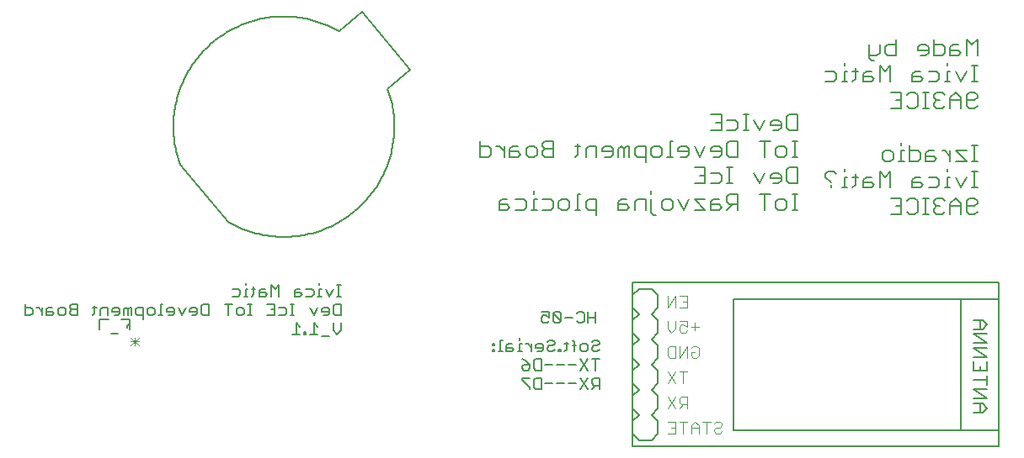
<source format=gbo>
G75*
%MOIN*%
%OFA0B0*%
%FSLAX25Y25*%
%IPPOS*%
%LPD*%
%AMOC8*
5,1,8,0,0,1.08239X$1,22.5*
%
%ADD10C,0.00500*%
%ADD11C,0.00600*%
%ADD12C,0.00300*%
%ADD13C,0.00400*%
%ADD14C,0.00800*%
D10*
X0132062Y0103173D02*
X0135065Y0103173D01*
X0133563Y0103173D02*
X0133563Y0107677D01*
X0135065Y0106175D01*
X0136616Y0103923D02*
X0136616Y0103173D01*
X0137367Y0103173D01*
X0137367Y0103923D01*
X0136616Y0103923D01*
X0138968Y0103173D02*
X0141970Y0103173D01*
X0140469Y0103173D02*
X0140469Y0107677D01*
X0141970Y0106175D01*
X0143572Y0102422D02*
X0146574Y0102422D01*
X0148176Y0104674D02*
X0148176Y0107677D01*
X0151178Y0107677D02*
X0151178Y0104674D01*
X0149677Y0103173D01*
X0148176Y0104674D01*
X0148926Y0110673D02*
X0148176Y0111423D01*
X0148176Y0114426D01*
X0148926Y0115177D01*
X0151178Y0115177D01*
X0151178Y0110673D01*
X0148926Y0110673D01*
X0146574Y0111423D02*
X0145824Y0110673D01*
X0144323Y0110673D01*
X0143572Y0112174D02*
X0146574Y0112174D01*
X0146574Y0111423D02*
X0146574Y0112925D01*
X0145824Y0113675D01*
X0144323Y0113675D01*
X0143572Y0112925D01*
X0143572Y0112174D01*
X0141970Y0113675D02*
X0140469Y0110673D01*
X0138968Y0113675D01*
X0132763Y0115177D02*
X0131261Y0115177D01*
X0132012Y0115177D02*
X0132012Y0110673D01*
X0132763Y0110673D02*
X0131261Y0110673D01*
X0129693Y0111423D02*
X0128943Y0110673D01*
X0126691Y0110673D01*
X0125089Y0110673D02*
X0122087Y0110673D01*
X0123588Y0112925D02*
X0125089Y0112925D01*
X0126691Y0113675D02*
X0128943Y0113675D01*
X0129693Y0112925D01*
X0129693Y0111423D01*
X0125089Y0110673D02*
X0125089Y0115177D01*
X0122087Y0115177D01*
X0121270Y0118173D02*
X0122020Y0118923D01*
X0121270Y0119674D01*
X0119018Y0119674D01*
X0119018Y0120425D02*
X0119018Y0118173D01*
X0121270Y0118173D01*
X0123622Y0118173D02*
X0123622Y0122677D01*
X0125123Y0121175D01*
X0126624Y0122677D01*
X0126624Y0118173D01*
X0132829Y0118173D02*
X0132829Y0120425D01*
X0133580Y0121175D01*
X0135081Y0121175D01*
X0135081Y0119674D02*
X0132829Y0119674D01*
X0132829Y0118173D02*
X0135081Y0118173D01*
X0135832Y0118923D01*
X0135081Y0119674D01*
X0137433Y0118173D02*
X0139685Y0118173D01*
X0140436Y0118923D01*
X0140436Y0120425D01*
X0139685Y0121175D01*
X0137433Y0121175D01*
X0142755Y0121175D02*
X0142755Y0118173D01*
X0143505Y0118173D02*
X0142004Y0118173D01*
X0142755Y0121175D02*
X0143505Y0121175D01*
X0145107Y0121175D02*
X0146608Y0118173D01*
X0148109Y0121175D01*
X0149677Y0122677D02*
X0151178Y0122677D01*
X0150428Y0122677D02*
X0150428Y0118173D01*
X0151178Y0118173D02*
X0149677Y0118173D01*
X0142755Y0122677D02*
X0142755Y0123427D01*
X0121270Y0121175D02*
X0119768Y0121175D01*
X0119018Y0120425D01*
X0117416Y0121175D02*
X0115915Y0121175D01*
X0116666Y0121926D02*
X0116666Y0118923D01*
X0115915Y0118173D01*
X0114347Y0118173D02*
X0112846Y0118173D01*
X0113596Y0118173D02*
X0113596Y0121175D01*
X0114347Y0121175D01*
X0113596Y0122677D02*
X0113596Y0123427D01*
X0111278Y0120425D02*
X0111278Y0118923D01*
X0110527Y0118173D01*
X0108275Y0118173D01*
X0108208Y0115177D02*
X0105206Y0115177D01*
X0106707Y0115177D02*
X0106707Y0110673D01*
X0109810Y0111423D02*
X0109810Y0112925D01*
X0110560Y0113675D01*
X0112062Y0113675D01*
X0112812Y0112925D01*
X0112812Y0111423D01*
X0112062Y0110673D01*
X0110560Y0110673D01*
X0109810Y0111423D01*
X0114380Y0110673D02*
X0115882Y0110673D01*
X0115131Y0110673D02*
X0115131Y0115177D01*
X0115882Y0115177D02*
X0114380Y0115177D01*
X0111278Y0120425D02*
X0110527Y0121175D01*
X0108275Y0121175D01*
X0099001Y0115177D02*
X0096749Y0115177D01*
X0095998Y0114426D01*
X0095998Y0111423D01*
X0096749Y0110673D01*
X0099001Y0110673D01*
X0099001Y0115177D01*
X0094397Y0112925D02*
X0093646Y0113675D01*
X0092145Y0113675D01*
X0091394Y0112925D01*
X0091394Y0112174D01*
X0094397Y0112174D01*
X0094397Y0111423D02*
X0094397Y0112925D01*
X0094397Y0111423D02*
X0093646Y0110673D01*
X0092145Y0110673D01*
X0089793Y0113675D02*
X0088291Y0110673D01*
X0086790Y0113675D01*
X0085189Y0112925D02*
X0084438Y0113675D01*
X0082937Y0113675D01*
X0082186Y0112925D01*
X0082186Y0112174D01*
X0085189Y0112174D01*
X0085189Y0111423D02*
X0085189Y0112925D01*
X0085189Y0111423D02*
X0084438Y0110673D01*
X0082937Y0110673D01*
X0080585Y0110673D02*
X0079084Y0110673D01*
X0079834Y0110673D02*
X0079834Y0115177D01*
X0080585Y0115177D01*
X0077516Y0112925D02*
X0077516Y0111423D01*
X0076765Y0110673D01*
X0075264Y0110673D01*
X0074513Y0111423D01*
X0074513Y0112925D01*
X0075264Y0113675D01*
X0076765Y0113675D01*
X0077516Y0112925D01*
X0072912Y0113675D02*
X0072912Y0109171D01*
X0072912Y0110673D02*
X0070660Y0110673D01*
X0069909Y0111423D01*
X0069909Y0112925D01*
X0070660Y0113675D01*
X0072912Y0113675D01*
X0068308Y0113675D02*
X0068308Y0110673D01*
X0066806Y0110673D02*
X0066806Y0112925D01*
X0066056Y0113675D01*
X0065305Y0112925D01*
X0065305Y0110673D01*
X0063704Y0111423D02*
X0062953Y0110673D01*
X0061452Y0110673D01*
X0060701Y0112174D02*
X0063704Y0112174D01*
X0063704Y0111423D02*
X0063704Y0112925D01*
X0062953Y0113675D01*
X0061452Y0113675D01*
X0060701Y0112925D01*
X0060701Y0112174D01*
X0059100Y0110673D02*
X0059100Y0113675D01*
X0056848Y0113675D01*
X0056097Y0112925D01*
X0056097Y0110673D01*
X0053745Y0111423D02*
X0052995Y0110673D01*
X0053745Y0111423D02*
X0053745Y0114426D01*
X0052995Y0113675D02*
X0054496Y0113675D01*
X0046823Y0112925D02*
X0044571Y0112925D01*
X0043820Y0112174D01*
X0043820Y0111423D01*
X0044571Y0110673D01*
X0046823Y0110673D01*
X0046823Y0115177D01*
X0044571Y0115177D01*
X0043820Y0114426D01*
X0043820Y0113675D01*
X0044571Y0112925D01*
X0042219Y0112925D02*
X0042219Y0111423D01*
X0041468Y0110673D01*
X0039967Y0110673D01*
X0039216Y0111423D01*
X0039216Y0112925D01*
X0039967Y0113675D01*
X0041468Y0113675D01*
X0042219Y0112925D01*
X0037615Y0111423D02*
X0036864Y0112174D01*
X0034612Y0112174D01*
X0034612Y0112925D02*
X0034612Y0110673D01*
X0036864Y0110673D01*
X0037615Y0111423D01*
X0036864Y0113675D02*
X0035363Y0113675D01*
X0034612Y0112925D01*
X0033011Y0113675D02*
X0033011Y0110673D01*
X0033011Y0112174D02*
X0031510Y0113675D01*
X0030759Y0113675D01*
X0029174Y0112925D02*
X0028424Y0113675D01*
X0026172Y0113675D01*
X0026172Y0115177D02*
X0026172Y0110673D01*
X0028424Y0110673D01*
X0029174Y0111423D01*
X0029174Y0112925D01*
X0066806Y0112925D02*
X0067557Y0113675D01*
X0068308Y0113675D01*
X0211292Y0099375D02*
X0211292Y0098625D01*
X0212043Y0098625D01*
X0212043Y0099375D01*
X0211292Y0099375D01*
X0211292Y0097123D02*
X0211292Y0096373D01*
X0212043Y0096373D01*
X0212043Y0097123D01*
X0211292Y0097123D01*
X0213611Y0096373D02*
X0215112Y0096373D01*
X0214362Y0096373D02*
X0214362Y0100877D01*
X0215112Y0100877D01*
X0216714Y0098625D02*
X0216714Y0096373D01*
X0218966Y0096373D01*
X0219716Y0097123D01*
X0218966Y0097874D01*
X0216714Y0097874D01*
X0216714Y0098625D02*
X0217464Y0099375D01*
X0218966Y0099375D01*
X0222035Y0099375D02*
X0222035Y0096373D01*
X0222786Y0096373D02*
X0221284Y0096373D01*
X0222035Y0099375D02*
X0222786Y0099375D01*
X0224370Y0099375D02*
X0225121Y0099375D01*
X0226622Y0097874D01*
X0226622Y0096373D02*
X0226622Y0099375D01*
X0228223Y0098625D02*
X0228974Y0099375D01*
X0230475Y0099375D01*
X0231226Y0098625D01*
X0231226Y0097123D01*
X0230475Y0096373D01*
X0228974Y0096373D01*
X0228223Y0097874D02*
X0231226Y0097874D01*
X0232827Y0097874D02*
X0232827Y0097123D01*
X0233578Y0096373D01*
X0235079Y0096373D01*
X0235830Y0097123D01*
X0237381Y0097123D02*
X0237381Y0096373D01*
X0238132Y0096373D01*
X0238132Y0097123D01*
X0237381Y0097123D01*
X0239700Y0096373D02*
X0240451Y0097123D01*
X0240451Y0100126D01*
X0241201Y0099375D02*
X0239700Y0099375D01*
X0242769Y0098625D02*
X0244270Y0098625D01*
X0245872Y0098625D02*
X0246623Y0099375D01*
X0248124Y0099375D01*
X0248874Y0098625D01*
X0248874Y0097123D01*
X0248124Y0096373D01*
X0246623Y0096373D01*
X0245872Y0097123D01*
X0245872Y0098625D01*
X0243520Y0100126D02*
X0242769Y0100877D01*
X0243520Y0100126D02*
X0243520Y0096373D01*
X0245872Y0093377D02*
X0248874Y0088873D01*
X0248874Y0085877D02*
X0245872Y0081373D01*
X0244270Y0083625D02*
X0241268Y0083625D01*
X0239667Y0083625D02*
X0236664Y0083625D01*
X0235063Y0083625D02*
X0232060Y0083625D01*
X0230459Y0085877D02*
X0228207Y0085877D01*
X0227456Y0085126D01*
X0227456Y0082123D01*
X0228207Y0081373D01*
X0230459Y0081373D01*
X0230459Y0085877D01*
X0230459Y0088873D02*
X0228207Y0088873D01*
X0227456Y0089623D01*
X0227456Y0092626D01*
X0228207Y0093377D01*
X0230459Y0093377D01*
X0230459Y0088873D01*
X0232060Y0091125D02*
X0235063Y0091125D01*
X0236664Y0091125D02*
X0239667Y0091125D01*
X0241268Y0091125D02*
X0244270Y0091125D01*
X0245872Y0088873D02*
X0248874Y0093377D01*
X0250476Y0093377D02*
X0253478Y0093377D01*
X0251977Y0093377D02*
X0251977Y0088873D01*
X0251226Y0085877D02*
X0250476Y0085126D01*
X0250476Y0083625D01*
X0251226Y0082874D01*
X0253478Y0082874D01*
X0251977Y0082874D02*
X0250476Y0081373D01*
X0248874Y0081373D02*
X0245872Y0085877D01*
X0251226Y0085877D02*
X0253478Y0085877D01*
X0253478Y0081373D01*
X0266728Y0083623D02*
X0266728Y0088623D01*
X0269228Y0091123D01*
X0266728Y0093623D01*
X0266728Y0098623D02*
X0269228Y0101123D01*
X0266728Y0103623D01*
X0266728Y0108623D02*
X0269228Y0111123D01*
X0266728Y0113623D01*
X0266728Y0118623D02*
X0269228Y0121123D01*
X0274228Y0121123D01*
X0276728Y0118623D01*
X0276728Y0113623D01*
X0274228Y0111123D01*
X0276728Y0108623D01*
X0276728Y0103623D01*
X0274228Y0101123D01*
X0276728Y0098623D01*
X0276728Y0093623D01*
X0274228Y0091123D01*
X0276728Y0088623D01*
X0276728Y0083623D01*
X0274228Y0081123D01*
X0276728Y0078623D01*
X0276728Y0073623D01*
X0274228Y0071123D01*
X0276728Y0068623D01*
X0276728Y0063623D01*
X0274228Y0061123D01*
X0269228Y0061123D01*
X0266728Y0063623D01*
X0266728Y0068623D01*
X0269228Y0071123D01*
X0266728Y0073623D01*
X0266728Y0078623D01*
X0269228Y0081123D01*
X0266728Y0083623D01*
X0266728Y0078623D01*
X0266728Y0073623D02*
X0266728Y0068623D01*
X0266728Y0063623D02*
X0266728Y0058623D01*
X0411728Y0058623D01*
X0411728Y0065123D01*
X0396728Y0065123D01*
X0396728Y0117123D01*
X0411728Y0117123D01*
X0411728Y0065123D01*
X0405148Y0072036D02*
X0401478Y0072036D01*
X0404231Y0072036D02*
X0404231Y0075706D01*
X0405148Y0075706D02*
X0401478Y0075706D01*
X0401478Y0077561D02*
X0406983Y0077561D01*
X0401478Y0081231D01*
X0406983Y0081231D01*
X0406983Y0083086D02*
X0406983Y0086755D01*
X0406983Y0084921D02*
X0401478Y0084921D01*
X0401478Y0088610D02*
X0401478Y0092280D01*
X0401478Y0094135D02*
X0406983Y0094135D01*
X0401478Y0097805D01*
X0406983Y0097805D01*
X0406983Y0099660D02*
X0401478Y0099660D01*
X0401478Y0103330D02*
X0406983Y0103330D01*
X0405148Y0105185D02*
X0401478Y0105185D01*
X0401478Y0103330D02*
X0406983Y0099660D01*
X0405148Y0105185D02*
X0406983Y0107019D01*
X0405148Y0108854D01*
X0401478Y0108854D01*
X0404231Y0108854D02*
X0404231Y0105185D01*
X0411728Y0117123D02*
X0411728Y0123623D01*
X0266728Y0123623D01*
X0266728Y0088623D01*
X0253478Y0097123D02*
X0252728Y0096373D01*
X0251226Y0096373D01*
X0250476Y0097123D01*
X0250476Y0097874D01*
X0251226Y0098625D01*
X0252728Y0098625D01*
X0253478Y0099375D01*
X0253478Y0100126D01*
X0252728Y0100877D01*
X0251226Y0100877D01*
X0250476Y0100126D01*
X0249076Y0107573D02*
X0249076Y0112077D01*
X0247474Y0111326D02*
X0247474Y0108323D01*
X0246724Y0107573D01*
X0245223Y0107573D01*
X0244472Y0108323D01*
X0242870Y0109825D02*
X0239868Y0109825D01*
X0238267Y0111326D02*
X0237516Y0112077D01*
X0236015Y0112077D01*
X0235264Y0111326D01*
X0238267Y0108323D01*
X0237516Y0107573D01*
X0236015Y0107573D01*
X0235264Y0108323D01*
X0235264Y0111326D01*
X0233663Y0112077D02*
X0233663Y0109825D01*
X0232161Y0110575D01*
X0231411Y0110575D01*
X0230660Y0109825D01*
X0230660Y0108323D01*
X0231411Y0107573D01*
X0232912Y0107573D01*
X0233663Y0108323D01*
X0233663Y0112077D02*
X0230660Y0112077D01*
X0238267Y0111326D02*
X0238267Y0108323D01*
X0244472Y0111326D02*
X0245223Y0112077D01*
X0246724Y0112077D01*
X0247474Y0111326D01*
X0249076Y0109825D02*
X0252078Y0109825D01*
X0252078Y0107573D02*
X0252078Y0112077D01*
X0235830Y0100126D02*
X0235830Y0099375D01*
X0235079Y0098625D01*
X0233578Y0098625D01*
X0232827Y0097874D01*
X0232827Y0100126D02*
X0233578Y0100877D01*
X0235079Y0100877D01*
X0235830Y0100126D01*
X0228223Y0098625D02*
X0228223Y0097874D01*
X0224354Y0092626D02*
X0225855Y0091125D01*
X0223603Y0091125D01*
X0222852Y0090374D01*
X0222852Y0089623D01*
X0223603Y0088873D01*
X0225104Y0088873D01*
X0225855Y0089623D01*
X0225855Y0091125D01*
X0224354Y0092626D02*
X0222852Y0093377D01*
X0222035Y0100877D02*
X0222035Y0101627D01*
X0222852Y0085877D02*
X0222852Y0085126D01*
X0225855Y0082123D01*
X0225855Y0081373D01*
X0225855Y0085877D02*
X0222852Y0085877D01*
X0306728Y0065123D02*
X0306728Y0117123D01*
X0396728Y0117123D01*
X0406983Y0092280D02*
X0406983Y0088610D01*
X0401478Y0088610D01*
X0404231Y0088610D02*
X0404231Y0090445D01*
X0405148Y0075706D02*
X0406983Y0073871D01*
X0405148Y0072036D01*
X0396728Y0065123D02*
X0306728Y0065123D01*
D11*
X0276067Y0150288D02*
X0275000Y0150288D01*
X0273932Y0151355D01*
X0273932Y0156693D01*
X0273932Y0158828D02*
X0273932Y0159896D01*
X0271770Y0156693D02*
X0268568Y0156693D01*
X0267500Y0155625D01*
X0267500Y0152423D01*
X0265325Y0153490D02*
X0264257Y0154558D01*
X0261055Y0154558D01*
X0261055Y0155625D02*
X0261055Y0152423D01*
X0264257Y0152423D01*
X0265325Y0153490D01*
X0264257Y0156693D02*
X0262122Y0156693D01*
X0261055Y0155625D01*
X0252434Y0156693D02*
X0252434Y0150288D01*
X0252434Y0152423D02*
X0249231Y0152423D01*
X0248164Y0153490D01*
X0248164Y0155625D01*
X0249231Y0156693D01*
X0252434Y0156693D01*
X0245988Y0158828D02*
X0244921Y0158828D01*
X0244921Y0152423D01*
X0245988Y0152423D02*
X0243853Y0152423D01*
X0241691Y0153490D02*
X0241691Y0155625D01*
X0240624Y0156693D01*
X0238489Y0156693D01*
X0237421Y0155625D01*
X0237421Y0153490D01*
X0238489Y0152423D01*
X0240624Y0152423D01*
X0241691Y0153490D01*
X0235246Y0153490D02*
X0235246Y0155625D01*
X0234178Y0156693D01*
X0230976Y0156693D01*
X0228800Y0156693D02*
X0227733Y0156693D01*
X0227733Y0152423D01*
X0228800Y0152423D02*
X0226665Y0152423D01*
X0224503Y0153490D02*
X0224503Y0155625D01*
X0223436Y0156693D01*
X0220233Y0156693D01*
X0216990Y0156693D02*
X0214855Y0156693D01*
X0213788Y0155625D01*
X0213788Y0152423D01*
X0216990Y0152423D01*
X0218058Y0153490D01*
X0216990Y0154558D01*
X0213788Y0154558D01*
X0220233Y0152423D02*
X0223436Y0152423D01*
X0224503Y0153490D01*
X0227733Y0158828D02*
X0227733Y0159896D01*
X0230976Y0152423D02*
X0234178Y0152423D01*
X0235246Y0153490D01*
X0235246Y0173423D02*
X0232043Y0173423D01*
X0230976Y0174490D01*
X0230976Y0175558D01*
X0232043Y0176625D01*
X0235246Y0176625D01*
X0235246Y0173423D02*
X0235246Y0179828D01*
X0232043Y0179828D01*
X0230976Y0178761D01*
X0230976Y0177693D01*
X0232043Y0176625D01*
X0228800Y0176625D02*
X0228800Y0174490D01*
X0227733Y0173423D01*
X0225598Y0173423D01*
X0224530Y0174490D01*
X0224530Y0176625D01*
X0225598Y0177693D01*
X0227733Y0177693D01*
X0228800Y0176625D01*
X0222355Y0174490D02*
X0221287Y0175558D01*
X0218085Y0175558D01*
X0218085Y0176625D02*
X0218085Y0173423D01*
X0221287Y0173423D01*
X0222355Y0174490D01*
X0221287Y0177693D02*
X0219152Y0177693D01*
X0218085Y0176625D01*
X0215909Y0175558D02*
X0213774Y0177693D01*
X0212707Y0177693D01*
X0210538Y0176625D02*
X0210538Y0174490D01*
X0209471Y0173423D01*
X0206268Y0173423D01*
X0206268Y0179828D01*
X0206268Y0177693D02*
X0209471Y0177693D01*
X0210538Y0176625D01*
X0215909Y0177693D02*
X0215909Y0173423D01*
X0243853Y0173423D02*
X0244921Y0174490D01*
X0244921Y0178761D01*
X0245988Y0177693D02*
X0243853Y0177693D01*
X0248164Y0176625D02*
X0248164Y0173423D01*
X0248164Y0176625D02*
X0249231Y0177693D01*
X0252434Y0177693D01*
X0252434Y0173423D01*
X0254609Y0175558D02*
X0254609Y0176625D01*
X0255677Y0177693D01*
X0257812Y0177693D01*
X0258879Y0176625D01*
X0258879Y0174490D01*
X0257812Y0173423D01*
X0255677Y0173423D01*
X0254609Y0175558D02*
X0258879Y0175558D01*
X0261055Y0176625D02*
X0261055Y0173423D01*
X0263190Y0173423D02*
X0263190Y0176625D01*
X0262122Y0177693D01*
X0261055Y0176625D01*
X0263190Y0176625D02*
X0264257Y0177693D01*
X0265325Y0177693D01*
X0265325Y0173423D01*
X0267500Y0174490D02*
X0267500Y0176625D01*
X0268568Y0177693D01*
X0271770Y0177693D01*
X0271770Y0171288D01*
X0271770Y0173423D02*
X0268568Y0173423D01*
X0267500Y0174490D01*
X0273946Y0174490D02*
X0273946Y0176625D01*
X0275013Y0177693D01*
X0277148Y0177693D01*
X0278216Y0176625D01*
X0278216Y0174490D01*
X0277148Y0173423D01*
X0275013Y0173423D01*
X0273946Y0174490D01*
X0280378Y0173423D02*
X0282513Y0173423D01*
X0281445Y0173423D02*
X0281445Y0179828D01*
X0282513Y0179828D01*
X0284688Y0176625D02*
X0284688Y0175558D01*
X0288958Y0175558D01*
X0288958Y0176625D02*
X0288958Y0174490D01*
X0287891Y0173423D01*
X0285756Y0173423D01*
X0284688Y0176625D02*
X0285756Y0177693D01*
X0287891Y0177693D01*
X0288958Y0176625D01*
X0291134Y0177693D02*
X0293269Y0173423D01*
X0295404Y0177693D01*
X0297579Y0176625D02*
X0297579Y0175558D01*
X0301849Y0175558D01*
X0301849Y0176625D02*
X0301849Y0174490D01*
X0300782Y0173423D01*
X0298647Y0173423D01*
X0297579Y0176625D02*
X0298647Y0177693D01*
X0300782Y0177693D01*
X0301849Y0176625D01*
X0304025Y0174490D02*
X0304025Y0178761D01*
X0305092Y0179828D01*
X0308295Y0179828D01*
X0308295Y0173423D01*
X0305092Y0173423D01*
X0304025Y0174490D01*
X0304011Y0169328D02*
X0306146Y0169328D01*
X0305079Y0169328D02*
X0305079Y0162923D01*
X0306146Y0162923D02*
X0304011Y0162923D01*
X0301849Y0163990D02*
X0300782Y0162923D01*
X0297579Y0162923D01*
X0295404Y0162923D02*
X0291134Y0162923D01*
X0293269Y0166125D02*
X0295404Y0166125D01*
X0297579Y0167193D02*
X0300782Y0167193D01*
X0301849Y0166125D01*
X0301849Y0163990D01*
X0305092Y0158828D02*
X0304025Y0157761D01*
X0304025Y0155625D01*
X0305092Y0154558D01*
X0308295Y0154558D01*
X0308295Y0152423D02*
X0308295Y0158828D01*
X0305092Y0158828D01*
X0306160Y0154558D02*
X0304025Y0152423D01*
X0301849Y0153490D02*
X0300782Y0154558D01*
X0297579Y0154558D01*
X0297579Y0155625D02*
X0297579Y0152423D01*
X0300782Y0152423D01*
X0301849Y0153490D01*
X0300782Y0156693D02*
X0298647Y0156693D01*
X0297579Y0155625D01*
X0295404Y0156693D02*
X0291134Y0156693D01*
X0295404Y0152423D01*
X0291134Y0152423D01*
X0286823Y0152423D02*
X0288958Y0156693D01*
X0284688Y0156693D02*
X0286823Y0152423D01*
X0282513Y0153490D02*
X0282513Y0155625D01*
X0281445Y0156693D01*
X0279310Y0156693D01*
X0278243Y0155625D01*
X0278243Y0153490D01*
X0279310Y0152423D01*
X0281445Y0152423D01*
X0282513Y0153490D01*
X0271770Y0152423D02*
X0271770Y0156693D01*
X0291134Y0169328D02*
X0295404Y0169328D01*
X0295404Y0162923D01*
X0314767Y0167193D02*
X0316902Y0162923D01*
X0319037Y0167193D01*
X0321213Y0166125D02*
X0322280Y0167193D01*
X0324415Y0167193D01*
X0325483Y0166125D01*
X0325483Y0163990D01*
X0324415Y0162923D01*
X0322280Y0162923D01*
X0321213Y0165058D02*
X0325483Y0165058D01*
X0327658Y0163990D02*
X0327658Y0168261D01*
X0328726Y0169328D01*
X0331928Y0169328D01*
X0331928Y0162923D01*
X0328726Y0162923D01*
X0327658Y0163990D01*
X0321213Y0165058D02*
X0321213Y0166125D01*
X0321186Y0158828D02*
X0316916Y0158828D01*
X0319051Y0158828D02*
X0319051Y0152423D01*
X0323361Y0153490D02*
X0323361Y0155625D01*
X0324429Y0156693D01*
X0326564Y0156693D01*
X0327631Y0155625D01*
X0327631Y0153490D01*
X0326564Y0152423D01*
X0324429Y0152423D01*
X0323361Y0153490D01*
X0329793Y0152423D02*
X0331928Y0152423D01*
X0330861Y0152423D02*
X0330861Y0158828D01*
X0331928Y0158828D02*
X0329793Y0158828D01*
X0343004Y0165493D02*
X0345139Y0163358D01*
X0345139Y0162290D02*
X0345139Y0161223D01*
X0349436Y0161223D02*
X0351571Y0161223D01*
X0350503Y0161223D02*
X0350503Y0165493D01*
X0351571Y0165493D01*
X0353733Y0165493D02*
X0355868Y0165493D01*
X0354800Y0166561D02*
X0354800Y0162290D01*
X0353733Y0161223D01*
X0358043Y0161223D02*
X0358043Y0164425D01*
X0359111Y0165493D01*
X0361246Y0165493D01*
X0361246Y0163358D02*
X0358043Y0163358D01*
X0358043Y0161223D02*
X0361246Y0161223D01*
X0362313Y0162290D01*
X0361246Y0163358D01*
X0364489Y0161223D02*
X0364489Y0167628D01*
X0366624Y0165493D01*
X0368759Y0167628D01*
X0368759Y0161223D01*
X0368786Y0157128D02*
X0373056Y0157128D01*
X0373056Y0150723D01*
X0368786Y0150723D01*
X0370921Y0153925D02*
X0373056Y0153925D01*
X0375231Y0151790D02*
X0376299Y0150723D01*
X0378434Y0150723D01*
X0379501Y0151790D01*
X0379501Y0156061D01*
X0378434Y0157128D01*
X0376299Y0157128D01*
X0375231Y0156061D01*
X0381663Y0157128D02*
X0383798Y0157128D01*
X0382731Y0157128D02*
X0382731Y0150723D01*
X0383798Y0150723D02*
X0381663Y0150723D01*
X0385974Y0151790D02*
X0387041Y0150723D01*
X0389176Y0150723D01*
X0390244Y0151790D01*
X0392419Y0150723D02*
X0392419Y0154993D01*
X0394554Y0157128D01*
X0396689Y0154993D01*
X0396689Y0150723D01*
X0398865Y0151790D02*
X0398865Y0156061D01*
X0399932Y0157128D01*
X0402067Y0157128D01*
X0403135Y0156061D01*
X0403135Y0154993D01*
X0402067Y0153925D01*
X0398865Y0153925D01*
X0398865Y0151790D02*
X0399932Y0150723D01*
X0402067Y0150723D01*
X0403135Y0151790D01*
X0396689Y0153925D02*
X0392419Y0153925D01*
X0390244Y0156061D02*
X0389176Y0157128D01*
X0387041Y0157128D01*
X0385974Y0156061D01*
X0385974Y0154993D01*
X0387041Y0153925D01*
X0385974Y0152858D01*
X0385974Y0151790D01*
X0387041Y0153925D02*
X0388109Y0153925D01*
X0387028Y0161223D02*
X0383825Y0161223D01*
X0381650Y0162290D02*
X0380582Y0163358D01*
X0377380Y0163358D01*
X0377380Y0164425D02*
X0377380Y0161223D01*
X0380582Y0161223D01*
X0381650Y0162290D01*
X0380582Y0165493D02*
X0378447Y0165493D01*
X0377380Y0164425D01*
X0383825Y0165493D02*
X0387028Y0165493D01*
X0388095Y0164425D01*
X0388095Y0162290D01*
X0387028Y0161223D01*
X0390257Y0161223D02*
X0392392Y0161223D01*
X0391325Y0161223D02*
X0391325Y0165493D01*
X0392392Y0165493D01*
X0394568Y0165493D02*
X0396703Y0161223D01*
X0398838Y0165493D01*
X0401000Y0167628D02*
X0403135Y0167628D01*
X0402067Y0167628D02*
X0402067Y0161223D01*
X0401000Y0161223D02*
X0403135Y0161223D01*
X0391325Y0167628D02*
X0391325Y0168696D01*
X0392392Y0171723D02*
X0392392Y0175993D01*
X0390257Y0175993D02*
X0389190Y0175993D01*
X0390257Y0175993D02*
X0392392Y0173858D01*
X0394568Y0175993D02*
X0398838Y0171723D01*
X0394568Y0171723D01*
X0401000Y0171723D02*
X0403135Y0171723D01*
X0402067Y0171723D02*
X0402067Y0178128D01*
X0401000Y0178128D02*
X0403135Y0178128D01*
X0398838Y0175993D02*
X0394568Y0175993D01*
X0387021Y0172790D02*
X0385954Y0173858D01*
X0382751Y0173858D01*
X0382751Y0174925D02*
X0382751Y0171723D01*
X0385954Y0171723D01*
X0387021Y0172790D01*
X0383818Y0175993D02*
X0382751Y0174925D01*
X0383818Y0175993D02*
X0385954Y0175993D01*
X0380576Y0174925D02*
X0379508Y0175993D01*
X0376305Y0175993D01*
X0376305Y0178128D02*
X0376305Y0171723D01*
X0379508Y0171723D01*
X0380576Y0172790D01*
X0380576Y0174925D01*
X0374130Y0175993D02*
X0373063Y0175993D01*
X0373063Y0171723D01*
X0374130Y0171723D02*
X0371995Y0171723D01*
X0369833Y0172790D02*
X0369833Y0174925D01*
X0368766Y0175993D01*
X0366630Y0175993D01*
X0365563Y0174925D01*
X0365563Y0172790D01*
X0366630Y0171723D01*
X0368766Y0171723D01*
X0369833Y0172790D01*
X0373063Y0178128D02*
X0373063Y0179196D01*
X0373056Y0192723D02*
X0368786Y0192723D01*
X0370921Y0195925D02*
X0373056Y0195925D01*
X0375231Y0193790D02*
X0376299Y0192723D01*
X0378434Y0192723D01*
X0379501Y0193790D01*
X0379501Y0198061D01*
X0378434Y0199128D01*
X0376299Y0199128D01*
X0375231Y0198061D01*
X0373056Y0199128D02*
X0373056Y0192723D01*
X0373056Y0199128D02*
X0368786Y0199128D01*
X0368759Y0203223D02*
X0368759Y0209628D01*
X0366624Y0207493D01*
X0364489Y0209628D01*
X0364489Y0203223D01*
X0362313Y0204290D02*
X0361246Y0203223D01*
X0358043Y0203223D01*
X0358043Y0206425D01*
X0359111Y0207493D01*
X0361246Y0207493D01*
X0361246Y0205358D02*
X0358043Y0205358D01*
X0355868Y0207493D02*
X0353733Y0207493D01*
X0354800Y0208561D02*
X0354800Y0204290D01*
X0353733Y0203223D01*
X0351571Y0203223D02*
X0349436Y0203223D01*
X0350503Y0203223D02*
X0350503Y0207493D01*
X0351571Y0207493D01*
X0350503Y0209628D02*
X0350503Y0210696D01*
X0347274Y0206425D02*
X0346206Y0207493D01*
X0343004Y0207493D01*
X0347274Y0206425D02*
X0347274Y0204290D01*
X0346206Y0203223D01*
X0343004Y0203223D01*
X0360192Y0212655D02*
X0361259Y0211588D01*
X0362327Y0211588D01*
X0363394Y0213723D02*
X0360192Y0213723D01*
X0360192Y0212655D02*
X0360192Y0217993D01*
X0364462Y0217993D02*
X0364462Y0214790D01*
X0363394Y0213723D01*
X0366637Y0214790D02*
X0366637Y0216925D01*
X0367705Y0217993D01*
X0370907Y0217993D01*
X0370907Y0220128D02*
X0370907Y0213723D01*
X0367705Y0213723D01*
X0366637Y0214790D01*
X0379528Y0215858D02*
X0383798Y0215858D01*
X0383798Y0216925D02*
X0383798Y0214790D01*
X0382731Y0213723D01*
X0380596Y0213723D01*
X0379528Y0215858D02*
X0379528Y0216925D01*
X0380596Y0217993D01*
X0382731Y0217993D01*
X0383798Y0216925D01*
X0385974Y0217993D02*
X0389176Y0217993D01*
X0390244Y0216925D01*
X0390244Y0214790D01*
X0389176Y0213723D01*
X0385974Y0213723D01*
X0385974Y0220128D01*
X0392419Y0216925D02*
X0392419Y0213723D01*
X0395622Y0213723D01*
X0396689Y0214790D01*
X0395622Y0215858D01*
X0392419Y0215858D01*
X0392419Y0216925D02*
X0393487Y0217993D01*
X0395622Y0217993D01*
X0398865Y0220128D02*
X0398865Y0213723D01*
X0403135Y0213723D02*
X0403135Y0220128D01*
X0401000Y0217993D01*
X0398865Y0220128D01*
X0391325Y0210696D02*
X0391325Y0209628D01*
X0391325Y0207493D02*
X0391325Y0203223D01*
X0392392Y0203223D02*
X0390257Y0203223D01*
X0388095Y0204290D02*
X0387028Y0203223D01*
X0383825Y0203223D01*
X0381650Y0204290D02*
X0380582Y0203223D01*
X0377380Y0203223D01*
X0377380Y0206425D01*
X0378447Y0207493D01*
X0380582Y0207493D01*
X0380582Y0205358D02*
X0377380Y0205358D01*
X0380582Y0205358D02*
X0381650Y0204290D01*
X0383825Y0207493D02*
X0387028Y0207493D01*
X0388095Y0206425D01*
X0388095Y0204290D01*
X0391325Y0207493D02*
X0392392Y0207493D01*
X0394568Y0207493D02*
X0396703Y0203223D01*
X0398838Y0207493D01*
X0401000Y0209628D02*
X0403135Y0209628D01*
X0402067Y0209628D02*
X0402067Y0203223D01*
X0401000Y0203223D02*
X0403135Y0203223D01*
X0402067Y0199128D02*
X0403135Y0198061D01*
X0403135Y0196993D01*
X0402067Y0195925D01*
X0398865Y0195925D01*
X0398865Y0193790D02*
X0398865Y0198061D01*
X0399932Y0199128D01*
X0402067Y0199128D01*
X0396689Y0196993D02*
X0394554Y0199128D01*
X0392419Y0196993D01*
X0392419Y0192723D01*
X0390244Y0193790D02*
X0389176Y0192723D01*
X0387041Y0192723D01*
X0385974Y0193790D01*
X0385974Y0194858D01*
X0387041Y0195925D01*
X0388109Y0195925D01*
X0387041Y0195925D02*
X0385974Y0196993D01*
X0385974Y0198061D01*
X0387041Y0199128D01*
X0389176Y0199128D01*
X0390244Y0198061D01*
X0392419Y0195925D02*
X0396689Y0195925D01*
X0396689Y0196993D02*
X0396689Y0192723D01*
X0398865Y0193790D02*
X0399932Y0192723D01*
X0402067Y0192723D01*
X0403135Y0193790D01*
X0383798Y0192723D02*
X0381663Y0192723D01*
X0382731Y0192723D02*
X0382731Y0199128D01*
X0383798Y0199128D02*
X0381663Y0199128D01*
X0362313Y0204290D02*
X0361246Y0205358D01*
X0331928Y0190328D02*
X0331928Y0183923D01*
X0328726Y0183923D01*
X0327658Y0184990D01*
X0327658Y0189261D01*
X0328726Y0190328D01*
X0331928Y0190328D01*
X0325483Y0187125D02*
X0324415Y0188193D01*
X0322280Y0188193D01*
X0321213Y0187125D01*
X0321213Y0186058D01*
X0325483Y0186058D01*
X0325483Y0187125D02*
X0325483Y0184990D01*
X0324415Y0183923D01*
X0322280Y0183923D01*
X0321186Y0179828D02*
X0316916Y0179828D01*
X0319051Y0179828D02*
X0319051Y0173423D01*
X0323361Y0174490D02*
X0323361Y0176625D01*
X0324429Y0177693D01*
X0326564Y0177693D01*
X0327631Y0176625D01*
X0327631Y0174490D01*
X0326564Y0173423D01*
X0324429Y0173423D01*
X0323361Y0174490D01*
X0329793Y0173423D02*
X0331928Y0173423D01*
X0330861Y0173423D02*
X0330861Y0179828D01*
X0331928Y0179828D02*
X0329793Y0179828D01*
X0316902Y0183923D02*
X0319037Y0188193D01*
X0314767Y0188193D02*
X0316902Y0183923D01*
X0312592Y0183923D02*
X0310457Y0183923D01*
X0311524Y0183923D02*
X0311524Y0190328D01*
X0310457Y0190328D02*
X0312592Y0190328D01*
X0308295Y0187125D02*
X0308295Y0184990D01*
X0307227Y0183923D01*
X0304025Y0183923D01*
X0301849Y0183923D02*
X0297579Y0183923D01*
X0299714Y0187125D02*
X0301849Y0187125D01*
X0304025Y0188193D02*
X0307227Y0188193D01*
X0308295Y0187125D01*
X0301849Y0190328D02*
X0301849Y0183923D01*
X0301849Y0190328D02*
X0297579Y0190328D01*
X0343004Y0166561D02*
X0343004Y0165493D01*
X0343004Y0166561D02*
X0344071Y0167628D01*
X0346206Y0167628D01*
X0347274Y0166561D01*
X0350503Y0167628D02*
X0350503Y0168696D01*
X0067728Y0108923D02*
X0067728Y0107323D01*
X0067728Y0105023D01*
X0066629Y0105723D02*
X0066607Y0105786D01*
X0066589Y0105851D01*
X0066575Y0105916D01*
X0066564Y0105982D01*
X0066557Y0106049D01*
X0066554Y0106116D01*
X0066555Y0106183D01*
X0066559Y0106249D01*
X0066567Y0106316D01*
X0066579Y0106382D01*
X0066595Y0106447D01*
X0066614Y0106511D01*
X0066637Y0106574D01*
X0066663Y0106635D01*
X0066693Y0106695D01*
X0066726Y0106753D01*
X0066763Y0106809D01*
X0066802Y0106863D01*
X0066844Y0106915D01*
X0066890Y0106964D01*
X0066938Y0107011D01*
X0066988Y0107055D01*
X0067041Y0107096D01*
X0067096Y0107134D01*
X0067154Y0107168D01*
X0067213Y0107200D01*
X0067273Y0107228D01*
X0067336Y0107252D01*
X0067399Y0107273D01*
X0067464Y0107291D01*
X0067529Y0107304D01*
X0067595Y0107314D01*
X0067662Y0107320D01*
X0067729Y0107323D01*
X0067728Y0108923D02*
X0064128Y0108923D01*
X0059328Y0108923D02*
X0055728Y0108923D01*
X0055728Y0105023D01*
X0060428Y0103323D02*
X0063028Y0103323D01*
D12*
X0068062Y0098673D02*
X0071198Y0101809D01*
X0069630Y0101809D02*
X0069630Y0098673D01*
X0071198Y0098673D02*
X0068062Y0101809D01*
X0068062Y0100241D02*
X0071198Y0100241D01*
D13*
X0280563Y0097659D02*
X0280563Y0094590D01*
X0281330Y0093823D01*
X0283632Y0093823D01*
X0283632Y0098427D01*
X0281330Y0098427D01*
X0280563Y0097659D01*
X0285167Y0098427D02*
X0285167Y0093823D01*
X0288236Y0098427D01*
X0288236Y0093823D01*
X0289771Y0094590D02*
X0289771Y0096125D01*
X0291306Y0096125D01*
X0292840Y0097659D02*
X0292840Y0094590D01*
X0292073Y0093823D01*
X0290538Y0093823D01*
X0289771Y0094590D01*
X0289771Y0097659D02*
X0290538Y0098427D01*
X0292073Y0098427D01*
X0292840Y0097659D01*
X0291306Y0104590D02*
X0291306Y0107659D01*
X0292840Y0106125D02*
X0289771Y0106125D01*
X0288236Y0106125D02*
X0286702Y0106892D01*
X0285934Y0106892D01*
X0285167Y0106125D01*
X0285167Y0104590D01*
X0285934Y0103823D01*
X0287469Y0103823D01*
X0288236Y0104590D01*
X0288236Y0106125D02*
X0288236Y0108427D01*
X0285167Y0108427D01*
X0283632Y0108427D02*
X0283632Y0105357D01*
X0282098Y0103823D01*
X0280563Y0105357D01*
X0280563Y0108427D01*
X0280563Y0113823D02*
X0280563Y0118427D01*
X0283632Y0118427D02*
X0280563Y0113823D01*
X0283632Y0113823D02*
X0283632Y0118427D01*
X0285167Y0118427D02*
X0288236Y0118427D01*
X0288236Y0113823D01*
X0285167Y0113823D01*
X0286702Y0116125D02*
X0288236Y0116125D01*
X0288236Y0088427D02*
X0285167Y0088427D01*
X0286702Y0088427D02*
X0286702Y0083823D01*
X0283632Y0083823D02*
X0280563Y0088427D01*
X0283632Y0088427D02*
X0280563Y0083823D01*
X0280563Y0078427D02*
X0283632Y0073823D01*
X0285167Y0073823D02*
X0286702Y0075357D01*
X0285934Y0075357D02*
X0288236Y0075357D01*
X0288236Y0073823D02*
X0288236Y0078427D01*
X0285934Y0078427D01*
X0285167Y0077659D01*
X0285167Y0076125D01*
X0285934Y0075357D01*
X0283632Y0078427D02*
X0280563Y0073823D01*
X0280563Y0068427D02*
X0283632Y0068427D01*
X0283632Y0063823D01*
X0280563Y0063823D01*
X0282098Y0066125D02*
X0283632Y0066125D01*
X0285167Y0068427D02*
X0288236Y0068427D01*
X0286702Y0068427D02*
X0286702Y0063823D01*
X0289771Y0063823D02*
X0289771Y0066892D01*
X0291306Y0068427D01*
X0292840Y0066892D01*
X0292840Y0063823D01*
X0292840Y0066125D02*
X0289771Y0066125D01*
X0294375Y0068427D02*
X0297444Y0068427D01*
X0295909Y0068427D02*
X0295909Y0063823D01*
X0298979Y0064590D02*
X0299746Y0063823D01*
X0301281Y0063823D01*
X0302048Y0064590D01*
X0301281Y0066125D02*
X0299746Y0066125D01*
X0298979Y0065357D01*
X0298979Y0064590D01*
X0301281Y0066125D02*
X0302048Y0066892D01*
X0302048Y0067659D01*
X0301281Y0068427D01*
X0299746Y0068427D01*
X0298979Y0067659D01*
D14*
X0150497Y0223351D02*
X0149564Y0223872D01*
X0148620Y0224371D01*
X0147663Y0224846D01*
X0146696Y0225298D01*
X0145717Y0225726D01*
X0144728Y0226131D01*
X0143730Y0226511D01*
X0142723Y0226866D01*
X0141707Y0227197D01*
X0140684Y0227503D01*
X0139653Y0227784D01*
X0138616Y0228039D01*
X0137573Y0228269D01*
X0136525Y0228474D01*
X0135472Y0228653D01*
X0134415Y0228806D01*
X0133354Y0228934D01*
X0132291Y0229035D01*
X0131225Y0229111D01*
X0130158Y0229160D01*
X0129091Y0229184D01*
X0128022Y0229181D01*
X0126955Y0229153D01*
X0125888Y0229098D01*
X0124823Y0229017D01*
X0123760Y0228910D01*
X0122700Y0228778D01*
X0121644Y0228619D01*
X0120592Y0228435D01*
X0119544Y0228225D01*
X0118502Y0227990D01*
X0117467Y0227729D01*
X0116437Y0227443D01*
X0115416Y0227132D01*
X0114402Y0226797D01*
X0113396Y0226436D01*
X0112400Y0226051D01*
X0111413Y0225642D01*
X0110437Y0225209D01*
X0109471Y0224752D01*
X0108517Y0224272D01*
X0107575Y0223769D01*
X0106645Y0223243D01*
X0105729Y0222694D01*
X0104826Y0222123D01*
X0103937Y0221530D01*
X0103064Y0220916D01*
X0102205Y0220281D01*
X0101362Y0219625D01*
X0100536Y0218948D01*
X0099726Y0218252D01*
X0098933Y0217536D01*
X0098158Y0216800D01*
X0097402Y0216046D01*
X0096664Y0215274D01*
X0095945Y0214484D01*
X0095245Y0213677D01*
X0094566Y0212853D01*
X0093906Y0212013D01*
X0093268Y0211156D01*
X0092650Y0210285D01*
X0092054Y0209398D01*
X0091480Y0208498D01*
X0090928Y0207583D01*
X0090399Y0206656D01*
X0089892Y0205715D01*
X0089408Y0204763D01*
X0088948Y0203799D01*
X0088511Y0202824D01*
X0088099Y0201839D01*
X0087710Y0200844D01*
X0087346Y0199840D01*
X0087007Y0198827D01*
X0086692Y0197806D01*
X0086402Y0196778D01*
X0086138Y0195743D01*
X0085899Y0194702D01*
X0085685Y0193656D01*
X0085497Y0192604D01*
X0085334Y0191549D01*
X0085198Y0190489D01*
X0085087Y0189427D01*
X0085003Y0188362D01*
X0084944Y0187296D01*
X0084911Y0186228D01*
X0084905Y0185160D01*
X0084924Y0184092D01*
X0084970Y0183025D01*
X0085042Y0181959D01*
X0085139Y0180895D01*
X0085263Y0179834D01*
X0085412Y0178777D01*
X0085587Y0177723D01*
X0085788Y0176674D01*
X0086015Y0175630D01*
X0086266Y0174592D01*
X0086543Y0173560D01*
X0086846Y0172536D01*
X0087173Y0171519D01*
X0087524Y0170511D01*
X0087524Y0170510D02*
X0106757Y0147589D01*
X0107690Y0147068D01*
X0108634Y0146569D01*
X0109591Y0146094D01*
X0110558Y0145642D01*
X0111537Y0145214D01*
X0112526Y0144809D01*
X0113524Y0144429D01*
X0114531Y0144074D01*
X0115547Y0143743D01*
X0116570Y0143437D01*
X0117601Y0143156D01*
X0118638Y0142901D01*
X0119681Y0142671D01*
X0120729Y0142466D01*
X0121782Y0142287D01*
X0122839Y0142134D01*
X0123900Y0142006D01*
X0124963Y0141905D01*
X0126029Y0141829D01*
X0127096Y0141780D01*
X0128163Y0141756D01*
X0129232Y0141759D01*
X0130299Y0141787D01*
X0131366Y0141842D01*
X0132431Y0141923D01*
X0133494Y0142030D01*
X0134554Y0142162D01*
X0135610Y0142321D01*
X0136662Y0142505D01*
X0137710Y0142715D01*
X0138752Y0142950D01*
X0139787Y0143211D01*
X0140817Y0143497D01*
X0141838Y0143808D01*
X0142852Y0144143D01*
X0143858Y0144504D01*
X0144854Y0144889D01*
X0145841Y0145298D01*
X0146817Y0145731D01*
X0147783Y0146188D01*
X0148737Y0146668D01*
X0149679Y0147171D01*
X0150609Y0147697D01*
X0151525Y0148246D01*
X0152428Y0148817D01*
X0153317Y0149410D01*
X0154190Y0150024D01*
X0155049Y0150659D01*
X0155892Y0151315D01*
X0156718Y0151992D01*
X0157528Y0152688D01*
X0158321Y0153404D01*
X0159096Y0154140D01*
X0159852Y0154894D01*
X0160590Y0155666D01*
X0161309Y0156456D01*
X0162009Y0157263D01*
X0162688Y0158087D01*
X0163348Y0158927D01*
X0163986Y0159784D01*
X0164604Y0160655D01*
X0165200Y0161542D01*
X0165774Y0162442D01*
X0166326Y0163357D01*
X0166855Y0164284D01*
X0167362Y0165225D01*
X0167846Y0166177D01*
X0168306Y0167141D01*
X0168743Y0168116D01*
X0169155Y0169101D01*
X0169544Y0170096D01*
X0169908Y0171100D01*
X0170247Y0172113D01*
X0170562Y0173134D01*
X0170852Y0174162D01*
X0171116Y0175197D01*
X0171355Y0176238D01*
X0171569Y0177284D01*
X0171757Y0178336D01*
X0171920Y0179391D01*
X0172056Y0180451D01*
X0172167Y0181513D01*
X0172251Y0182578D01*
X0172310Y0183644D01*
X0172343Y0184712D01*
X0172349Y0185780D01*
X0172330Y0186848D01*
X0172284Y0187915D01*
X0172212Y0188981D01*
X0172115Y0190045D01*
X0171991Y0191106D01*
X0171842Y0192163D01*
X0171667Y0193217D01*
X0171466Y0194266D01*
X0171239Y0195310D01*
X0170988Y0196348D01*
X0170711Y0197380D01*
X0170408Y0198404D01*
X0170081Y0199421D01*
X0169730Y0200429D01*
X0178717Y0207971D01*
X0159484Y0230892D01*
X0150496Y0223350D01*
M02*

</source>
